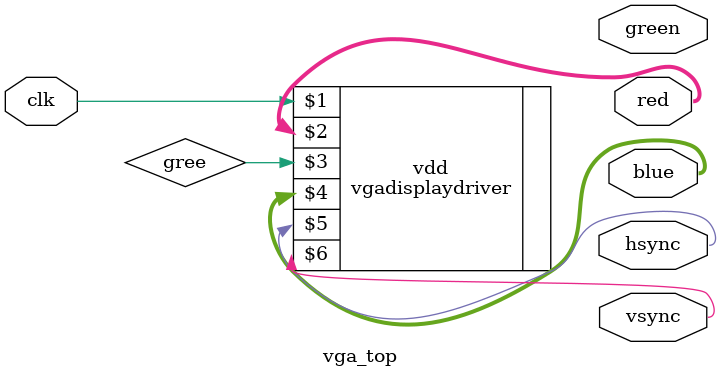
<source format=sv>
`timescale 1ns / 1ps


module vga_top #(parameter char_size=16, char_count=4, char_bits=8, sm_locations=12000)
    (
    input wire clk,
    output [3:0] red, green, blue,
    output wire hsync, vsync
    );
    
    wire screen_write;
    wire [$clog2(sm_locations)-1:0] screen_readaddr1, screen_readaddr2, screen_writeaddr;
    wire [char_bits-1:0] screen_writedata, screen_readdata1, screen_readdata2;
    
    vgadisplaydriver #(char_bits, $clog2(sm_locations) ) vdd(clk, red, gree, blue, hsync, vsync);
   
//    parameter Nloc = 1200,                     // Number of memory locations
//    parameter Dbits = 8,                       // Number of bits in data
//    parameter initfile = "screenmem_data.txt"  // Name of file with initial values
//    )(
//    input wire wr,                             // WriteEnable:  if wr==1, data is written into mem
//    input wire [$clog2(Nloc)-1 : 0] ReadAddr1, ReadAddr2, WriteAddr, // 3 addresses, two for reading and one for writing
//    input wire [Dbits-1 : 0] WriteData,          // Data for writing into memory (if wr==1)
//    output logic [Dbits-1 : 0] ReadData1, ReadData2 // 2 output ports
//    );

    screenmem #(sm_locations, char_bits, "screenmem_data.txt") sm(screen_write, screen_readaddr1, screen_readaddr2, screen_writeaddr, screen_writedata, screen_readdata1, screen_readdata2);

endmodule

</source>
